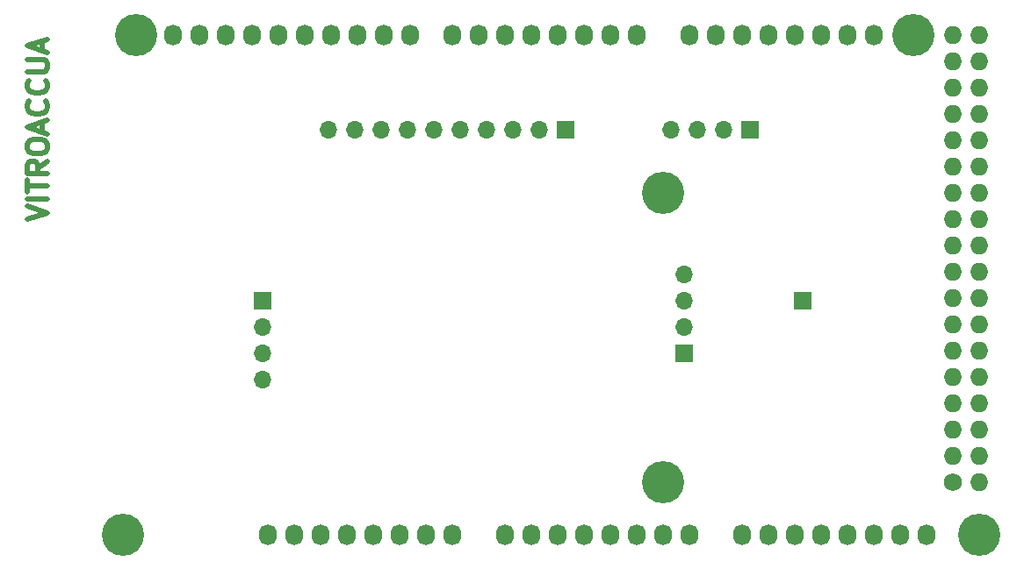
<source format=gbr>
G04 #@! TF.GenerationSoftware,KiCad,Pcbnew,5.0.2+dfsg1-1*
G04 #@! TF.CreationDate,2020-02-13T15:26:16-05:00*
G04 #@! TF.ProjectId,poolV1,706f6f6c-5631-42e6-9b69-6361645f7063,rev?*
G04 #@! TF.SameCoordinates,Original*
G04 #@! TF.FileFunction,Copper,L1,Top*
G04 #@! TF.FilePolarity,Positive*
%FSLAX46Y46*%
G04 Gerber Fmt 4.6, Leading zero omitted, Abs format (unit mm)*
G04 Created by KiCad (PCBNEW 5.0.2+dfsg1-1) date Thu 13 Feb 2020 03:26:16 PM -05*
%MOMM*%
%LPD*%
G01*
G04 APERTURE LIST*
G04 #@! TA.AperFunction,NonConductor*
%ADD10C,0.500000*%
G04 #@! TD*
G04 #@! TA.AperFunction,ComponentPad*
%ADD11R,1.700000X1.700000*%
G04 #@! TD*
G04 #@! TA.AperFunction,ComponentPad*
%ADD12O,1.700000X1.700000*%
G04 #@! TD*
G04 #@! TA.AperFunction,ComponentPad*
%ADD13C,1.727200*%
G04 #@! TD*
G04 #@! TA.AperFunction,ComponentPad*
%ADD14O,1.727200X1.727200*%
G04 #@! TD*
G04 #@! TA.AperFunction,ComponentPad*
%ADD15O,1.727200X2.032000*%
G04 #@! TD*
G04 #@! TA.AperFunction,ComponentPad*
%ADD16C,4.064000*%
G04 #@! TD*
G04 #@! TA.AperFunction,Conductor*
%ADD17C,0.700000*%
G04 #@! TD*
G04 APERTURE END LIST*
D10*
X108124761Y-88724285D02*
X110124761Y-88057619D01*
X108124761Y-87390952D01*
X110124761Y-86724285D02*
X108124761Y-86724285D01*
X108124761Y-86057619D02*
X108124761Y-84914761D01*
X110124761Y-85486190D02*
X108124761Y-85486190D01*
X110124761Y-83105238D02*
X109172380Y-83771904D01*
X110124761Y-84248095D02*
X108124761Y-84248095D01*
X108124761Y-83486190D01*
X108220000Y-83295714D01*
X108315238Y-83200476D01*
X108505714Y-83105238D01*
X108791428Y-83105238D01*
X108981904Y-83200476D01*
X109077142Y-83295714D01*
X109172380Y-83486190D01*
X109172380Y-84248095D01*
X108124761Y-81867142D02*
X108124761Y-81486190D01*
X108220000Y-81295714D01*
X108410476Y-81105238D01*
X108791428Y-81010000D01*
X109458095Y-81010000D01*
X109839047Y-81105238D01*
X110029523Y-81295714D01*
X110124761Y-81486190D01*
X110124761Y-81867142D01*
X110029523Y-82057619D01*
X109839047Y-82248095D01*
X109458095Y-82343333D01*
X108791428Y-82343333D01*
X108410476Y-82248095D01*
X108220000Y-82057619D01*
X108124761Y-81867142D01*
X109553333Y-80248095D02*
X109553333Y-79295714D01*
X110124761Y-80438571D02*
X108124761Y-79771904D01*
X110124761Y-79105238D01*
X109934285Y-77295714D02*
X110029523Y-77390952D01*
X110124761Y-77676666D01*
X110124761Y-77867142D01*
X110029523Y-78152857D01*
X109839047Y-78343333D01*
X109648571Y-78438571D01*
X109267619Y-78533809D01*
X108981904Y-78533809D01*
X108600952Y-78438571D01*
X108410476Y-78343333D01*
X108220000Y-78152857D01*
X108124761Y-77867142D01*
X108124761Y-77676666D01*
X108220000Y-77390952D01*
X108315238Y-77295714D01*
X109934285Y-75295714D02*
X110029523Y-75390952D01*
X110124761Y-75676666D01*
X110124761Y-75867142D01*
X110029523Y-76152857D01*
X109839047Y-76343333D01*
X109648571Y-76438571D01*
X109267619Y-76533809D01*
X108981904Y-76533809D01*
X108600952Y-76438571D01*
X108410476Y-76343333D01*
X108220000Y-76152857D01*
X108124761Y-75867142D01*
X108124761Y-75676666D01*
X108220000Y-75390952D01*
X108315238Y-75295714D01*
X108124761Y-74438571D02*
X109743809Y-74438571D01*
X109934285Y-74343333D01*
X110029523Y-74248095D01*
X110124761Y-74057619D01*
X110124761Y-73676666D01*
X110029523Y-73486190D01*
X109934285Y-73390952D01*
X109743809Y-73295714D01*
X108124761Y-73295714D01*
X109553333Y-72438571D02*
X109553333Y-71486190D01*
X110124761Y-72629047D02*
X108124761Y-71962380D01*
X110124761Y-71295714D01*
D11*
G04 #@! TO.P,J4,1*
G04 #@! TO.N,+5V*
X182880000Y-96520000D03*
G04 #@! TD*
G04 #@! TO.P,J2,1*
G04 #@! TO.N,GND*
X130810000Y-96520000D03*
D12*
G04 #@! TO.P,J2,2*
G04 #@! TO.N,/20(SDA)*
X130810000Y-99060000D03*
G04 #@! TO.P,J2,3*
G04 #@! TO.N,/21(SCL)*
X130810000Y-101600000D03*
G04 #@! TO.P,J2,4*
G04 #@! TO.N,+5V*
X130810000Y-104140000D03*
G04 #@! TD*
G04 #@! TO.P,J1,4*
G04 #@! TO.N,GND*
X170180000Y-80010000D03*
G04 #@! TO.P,J1,3*
G04 #@! TO.N,/18(Tx1)*
X172720000Y-80010000D03*
G04 #@! TO.P,J1,2*
G04 #@! TO.N,/19(Rx1)*
X175260000Y-80010000D03*
D11*
G04 #@! TO.P,J1,1*
G04 #@! TO.N,+5V*
X177800000Y-80010000D03*
G04 #@! TD*
G04 #@! TO.P,J5,1*
G04 #@! TO.N,GND*
X160020000Y-80010000D03*
D12*
G04 #@! TO.P,J5,2*
G04 #@! TO.N,/4(\002A\002A)*
X157480000Y-80010000D03*
G04 #@! TO.P,J5,3*
G04 #@! TO.N,/5(\002A\002A)*
X154940000Y-80010000D03*
G04 #@! TO.P,J5,4*
G04 #@! TO.N,/6(\002A\002A)*
X152400000Y-80010000D03*
G04 #@! TO.P,J5,5*
G04 #@! TO.N,/7(\002A\002A)*
X149860000Y-80010000D03*
G04 #@! TO.P,J5,6*
G04 #@! TO.N,/8(\002A\002A)*
X147320000Y-80010000D03*
G04 #@! TO.P,J5,7*
G04 #@! TO.N,/9(\002A\002A)*
X144780000Y-80010000D03*
G04 #@! TO.P,J5,8*
G04 #@! TO.N,/10(\002A\002A)*
X142240000Y-80010000D03*
G04 #@! TO.P,J5,9*
G04 #@! TO.N,/11(\002A\002A)*
X139700000Y-80010000D03*
G04 #@! TO.P,J5,10*
G04 #@! TO.N,+5V*
X137160000Y-80010000D03*
G04 #@! TD*
D11*
G04 #@! TO.P,J3,1*
G04 #@! TO.N,/21(SCL)*
X171450000Y-101600000D03*
D12*
G04 #@! TO.P,J3,2*
G04 #@! TO.N,/20(SDA)*
X171450000Y-99060000D03*
G04 #@! TO.P,J3,3*
G04 #@! TO.N,+5V*
X171450000Y-96520000D03*
G04 #@! TO.P,J3,4*
G04 #@! TO.N,GND*
X171450000Y-93980000D03*
G04 #@! TD*
D13*
G04 #@! TO.P,P1,1*
G04 #@! TO.N,GND*
X197358000Y-114046000D03*
D14*
G04 #@! TO.P,P1,2*
X199898000Y-114046000D03*
G04 #@! TO.P,P1,3*
G04 #@! TO.N,/52(SCK)*
X197358000Y-111506000D03*
G04 #@! TO.P,P1,4*
G04 #@! TO.N,/53(SS)*
X199898000Y-111506000D03*
G04 #@! TO.P,P1,5*
G04 #@! TO.N,/50(MISO)*
X197358000Y-108966000D03*
G04 #@! TO.P,P1,6*
G04 #@! TO.N,/51(MOSI)*
X199898000Y-108966000D03*
G04 #@! TO.P,P1,7*
G04 #@! TO.N,/48*
X197358000Y-106426000D03*
G04 #@! TO.P,P1,8*
G04 #@! TO.N,/49*
X199898000Y-106426000D03*
G04 #@! TO.P,P1,9*
G04 #@! TO.N,/46*
X197358000Y-103886000D03*
G04 #@! TO.P,P1,10*
G04 #@! TO.N,/47*
X199898000Y-103886000D03*
G04 #@! TO.P,P1,11*
G04 #@! TO.N,/44*
X197358000Y-101346000D03*
G04 #@! TO.P,P1,12*
G04 #@! TO.N,/45*
X199898000Y-101346000D03*
G04 #@! TO.P,P1,13*
G04 #@! TO.N,/42*
X197358000Y-98806000D03*
G04 #@! TO.P,P1,14*
G04 #@! TO.N,/43*
X199898000Y-98806000D03*
G04 #@! TO.P,P1,15*
G04 #@! TO.N,/40*
X197358000Y-96266000D03*
G04 #@! TO.P,P1,16*
G04 #@! TO.N,/41*
X199898000Y-96266000D03*
G04 #@! TO.P,P1,17*
G04 #@! TO.N,/38*
X197358000Y-93726000D03*
G04 #@! TO.P,P1,18*
G04 #@! TO.N,/39*
X199898000Y-93726000D03*
G04 #@! TO.P,P1,19*
G04 #@! TO.N,/36*
X197358000Y-91186000D03*
G04 #@! TO.P,P1,20*
G04 #@! TO.N,/37*
X199898000Y-91186000D03*
G04 #@! TO.P,P1,21*
G04 #@! TO.N,/34*
X197358000Y-88646000D03*
G04 #@! TO.P,P1,22*
G04 #@! TO.N,/35*
X199898000Y-88646000D03*
G04 #@! TO.P,P1,23*
G04 #@! TO.N,/32*
X197358000Y-86106000D03*
G04 #@! TO.P,P1,24*
G04 #@! TO.N,/33*
X199898000Y-86106000D03*
G04 #@! TO.P,P1,25*
G04 #@! TO.N,/30*
X197358000Y-83566000D03*
G04 #@! TO.P,P1,26*
G04 #@! TO.N,/31*
X199898000Y-83566000D03*
G04 #@! TO.P,P1,27*
G04 #@! TO.N,/28*
X197358000Y-81026000D03*
G04 #@! TO.P,P1,28*
G04 #@! TO.N,/29*
X199898000Y-81026000D03*
G04 #@! TO.P,P1,29*
G04 #@! TO.N,/26*
X197358000Y-78486000D03*
G04 #@! TO.P,P1,30*
G04 #@! TO.N,/27*
X199898000Y-78486000D03*
G04 #@! TO.P,P1,31*
G04 #@! TO.N,/24*
X197358000Y-75946000D03*
G04 #@! TO.P,P1,32*
G04 #@! TO.N,/25*
X199898000Y-75946000D03*
G04 #@! TO.P,P1,33*
G04 #@! TO.N,/22*
X197358000Y-73406000D03*
G04 #@! TO.P,P1,34*
G04 #@! TO.N,/23*
X199898000Y-73406000D03*
G04 #@! TO.P,P1,35*
G04 #@! TO.N,+5V*
X197358000Y-70866000D03*
G04 #@! TO.P,P1,36*
X199898000Y-70866000D03*
G04 #@! TD*
D15*
G04 #@! TO.P,P2,1*
G04 #@! TO.N,Net-(P2-Pad1)*
X131318000Y-119126000D03*
G04 #@! TO.P,P2,2*
G04 #@! TO.N,/IOREF*
X133858000Y-119126000D03*
G04 #@! TO.P,P2,3*
G04 #@! TO.N,/Reset*
X136398000Y-119126000D03*
G04 #@! TO.P,P2,4*
G04 #@! TO.N,+3V3*
X138938000Y-119126000D03*
G04 #@! TO.P,P2,5*
G04 #@! TO.N,+5V*
X141478000Y-119126000D03*
G04 #@! TO.P,P2,6*
G04 #@! TO.N,GND*
X144018000Y-119126000D03*
G04 #@! TO.P,P2,7*
X146558000Y-119126000D03*
G04 #@! TO.P,P2,8*
G04 #@! TO.N,/Vin*
X149098000Y-119126000D03*
G04 #@! TD*
G04 #@! TO.P,P3,1*
G04 #@! TO.N,/A0*
X154178000Y-119126000D03*
G04 #@! TO.P,P3,2*
G04 #@! TO.N,/A1*
X156718000Y-119126000D03*
G04 #@! TO.P,P3,3*
G04 #@! TO.N,/A2*
X159258000Y-119126000D03*
G04 #@! TO.P,P3,4*
G04 #@! TO.N,/A3*
X161798000Y-119126000D03*
G04 #@! TO.P,P3,5*
G04 #@! TO.N,/A4*
X164338000Y-119126000D03*
G04 #@! TO.P,P3,6*
G04 #@! TO.N,/A5*
X166878000Y-119126000D03*
G04 #@! TO.P,P3,7*
G04 #@! TO.N,/A6*
X169418000Y-119126000D03*
G04 #@! TO.P,P3,8*
G04 #@! TO.N,/A7*
X171958000Y-119126000D03*
G04 #@! TD*
G04 #@! TO.P,P4,1*
G04 #@! TO.N,/A8*
X177038000Y-119126000D03*
G04 #@! TO.P,P4,2*
G04 #@! TO.N,/A9*
X179578000Y-119126000D03*
G04 #@! TO.P,P4,3*
G04 #@! TO.N,/A10*
X182118000Y-119126000D03*
G04 #@! TO.P,P4,4*
G04 #@! TO.N,/A11*
X184658000Y-119126000D03*
G04 #@! TO.P,P4,5*
G04 #@! TO.N,/A12*
X187198000Y-119126000D03*
G04 #@! TO.P,P4,6*
G04 #@! TO.N,/A13*
X189738000Y-119126000D03*
G04 #@! TO.P,P4,7*
G04 #@! TO.N,/A14*
X192278000Y-119126000D03*
G04 #@! TO.P,P4,8*
G04 #@! TO.N,/A15*
X194818000Y-119126000D03*
G04 #@! TD*
G04 #@! TO.P,P5,1*
G04 #@! TO.N,/SCL*
X122174000Y-70866000D03*
G04 #@! TO.P,P5,2*
G04 #@! TO.N,/SDA*
X124714000Y-70866000D03*
G04 #@! TO.P,P5,3*
G04 #@! TO.N,/AREF*
X127254000Y-70866000D03*
G04 #@! TO.P,P5,4*
G04 #@! TO.N,GND*
X129794000Y-70866000D03*
G04 #@! TO.P,P5,5*
G04 #@! TO.N,/13(\002A\002A)*
X132334000Y-70866000D03*
G04 #@! TO.P,P5,6*
G04 #@! TO.N,/12(\002A\002A)*
X134874000Y-70866000D03*
G04 #@! TO.P,P5,7*
G04 #@! TO.N,/11(\002A\002A)*
X137414000Y-70866000D03*
G04 #@! TO.P,P5,8*
G04 #@! TO.N,/10(\002A\002A)*
X139954000Y-70866000D03*
G04 #@! TO.P,P5,9*
G04 #@! TO.N,/9(\002A\002A)*
X142494000Y-70866000D03*
G04 #@! TO.P,P5,10*
G04 #@! TO.N,/8(\002A\002A)*
X145034000Y-70866000D03*
G04 #@! TD*
G04 #@! TO.P,P6,1*
G04 #@! TO.N,/7(\002A\002A)*
X149098000Y-70866000D03*
G04 #@! TO.P,P6,2*
G04 #@! TO.N,/6(\002A\002A)*
X151638000Y-70866000D03*
G04 #@! TO.P,P6,3*
G04 #@! TO.N,/5(\002A\002A)*
X154178000Y-70866000D03*
G04 #@! TO.P,P6,4*
G04 #@! TO.N,/4(\002A\002A)*
X156718000Y-70866000D03*
G04 #@! TO.P,P6,5*
G04 #@! TO.N,/3(\002A\002A)*
X159258000Y-70866000D03*
G04 #@! TO.P,P6,6*
G04 #@! TO.N,/2(\002A\002A)*
X161798000Y-70866000D03*
G04 #@! TO.P,P6,7*
G04 #@! TO.N,/1(Tx0)*
X164338000Y-70866000D03*
G04 #@! TO.P,P6,8*
G04 #@! TO.N,/0(Rx0)*
X166878000Y-70866000D03*
G04 #@! TD*
G04 #@! TO.P,P7,1*
G04 #@! TO.N,/14(Tx3)*
X171958000Y-70866000D03*
G04 #@! TO.P,P7,2*
G04 #@! TO.N,/15(Rx3)*
X174498000Y-70866000D03*
G04 #@! TO.P,P7,3*
G04 #@! TO.N,/16(Tx2)*
X177038000Y-70866000D03*
G04 #@! TO.P,P7,4*
G04 #@! TO.N,/17(Rx2)*
X179578000Y-70866000D03*
G04 #@! TO.P,P7,5*
G04 #@! TO.N,/18(Tx1)*
X182118000Y-70866000D03*
G04 #@! TO.P,P7,6*
G04 #@! TO.N,/19(Rx1)*
X184658000Y-70866000D03*
G04 #@! TO.P,P7,7*
G04 #@! TO.N,/20(SDA)*
X187198000Y-70866000D03*
G04 #@! TO.P,P7,8*
G04 #@! TO.N,/21(SCL)*
X189738000Y-70866000D03*
G04 #@! TD*
D16*
G04 #@! TO.P,P8,1*
G04 #@! TO.N,Net-(P8-Pad1)*
X117348000Y-119126000D03*
G04 #@! TD*
G04 #@! TO.P,P9,1*
G04 #@! TO.N,Net-(P9-Pad1)*
X169418000Y-114046000D03*
G04 #@! TD*
G04 #@! TO.P,P10,1*
G04 #@! TO.N,Net-(P10-Pad1)*
X199898000Y-119126000D03*
G04 #@! TD*
G04 #@! TO.P,P11,1*
G04 #@! TO.N,Net-(P11-Pad1)*
X118618000Y-70866000D03*
G04 #@! TD*
G04 #@! TO.P,P12,1*
G04 #@! TO.N,Net-(P12-Pad1)*
X169418000Y-86106000D03*
G04 #@! TD*
G04 #@! TO.P,P13,1*
G04 #@! TO.N,Net-(P13-Pad1)*
X193548000Y-70866000D03*
G04 #@! TD*
D17*
G04 #@! TO.N,GND*
X129540000Y-71120000D02*
X129794000Y-70866000D01*
G04 #@! TO.N,+5V*
X197358000Y-70892000D02*
X197358000Y-70866000D01*
G04 #@! TO.N,/SCL*
X121920000Y-71120000D02*
X122174000Y-70866000D01*
G04 #@! TO.N,/SDA*
X124460000Y-71120000D02*
X124714000Y-70866000D01*
G04 #@! TO.N,/11(\002A\002A)*
X137414000Y-71018400D02*
X137414000Y-70866000D01*
G04 #@! TO.N,/10(\002A\002A)*
X139954000Y-71018400D02*
X139954000Y-70866000D01*
G04 #@! TO.N,/9(\002A\002A)*
X142494000Y-71018400D02*
X142494000Y-70866000D01*
G04 #@! TO.N,/18(Tx1)*
X182118000Y-71018400D02*
X182118000Y-70866000D01*
G04 #@! TO.N,/19(Rx1)*
X184658000Y-70866000D02*
X184658000Y-71018400D01*
G04 #@! TD*
M02*

</source>
